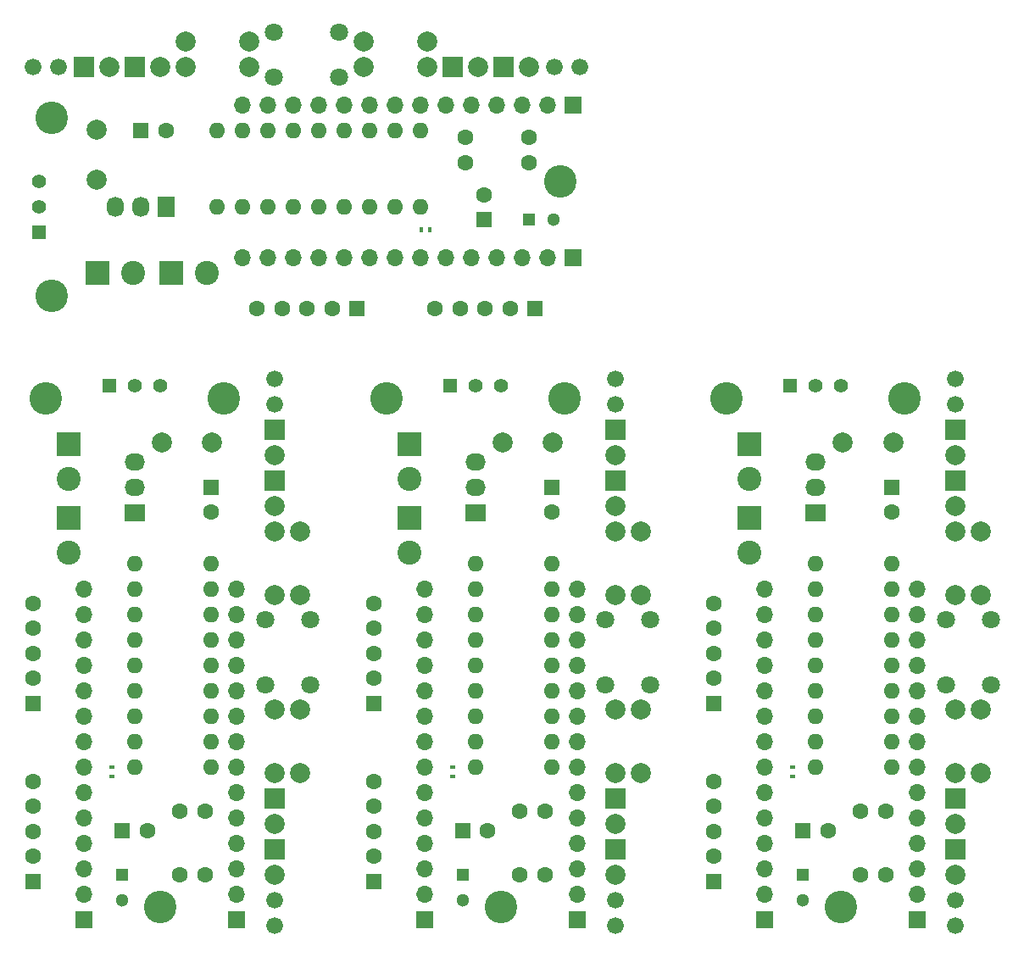
<source format=gts>
%MOIN*%
%OFA0B0*%
%FSLAX46Y46*%
%IPPOS*%
%LPD*%
%ADD10C,0.0039370078740157488*%
%ADD11C,0.07874015748031496*%
%ADD12C,0.066*%
%ADD13R,0.07874015748031496X0.07874015748031496*%
%ADD14R,0.062992125984251982X0.062992125984251982*%
%ADD15C,0.062992125984251982*%
%ADD16R,0.066929133858267723X0.066929133858267723*%
%ADD17O,0.066929133858267723X0.066929133858267723*%
%ADD18R,0.051181102362204731X0.051181102362204731*%
%ADD19C,0.051181102362204731*%
%ADD20O,0.062992125984251982X0.062992125984251982*%
%ADD21C,0.12795275590551181*%
%ADD22R,0.08X0.068*%
%ADD23O,0.08X0.068*%
%ADD24R,0.055000000000000007X0.055000000000000007*%
%ADD25C,0.055000000000000007*%
%ADD26C,0.094488188976377951*%
%ADD27R,0.094488188976377951X0.094488188976377951*%
%ADD28C,0.0787*%
%ADD29C,0.070866141732283464*%
%ADD30R,0.023622047244094488X0.015748031496062995*%
%ADD41C,0.0039370078740157488*%
%ADD42C,0.07874015748031496*%
%ADD43C,0.066*%
%ADD44R,0.07874015748031496X0.07874015748031496*%
%ADD45R,0.062992125984251982X0.062992125984251982*%
%ADD46C,0.062992125984251982*%
%ADD47R,0.066929133858267723X0.066929133858267723*%
%ADD48O,0.066929133858267723X0.066929133858267723*%
%ADD49R,0.051181102362204731X0.051181102362204731*%
%ADD50C,0.051181102362204731*%
%ADD51O,0.062992125984251982X0.062992125984251982*%
%ADD52C,0.12795275590551181*%
%ADD53R,0.068X0.08*%
%ADD54O,0.068X0.08*%
%ADD55R,0.055000000000000007X0.055000000000000007*%
%ADD56C,0.055000000000000007*%
%ADD57C,0.094488188976377951*%
%ADD58R,0.094488188976377951X0.094488188976377951*%
%ADD59C,0.0787*%
%ADD60C,0.070866141732283464*%
%ADD61R,0.015748031496062995X0.023622047244094488*%
%ADD62C,0.0039370078740157488*%
%ADD63C,0.07874015748031496*%
%ADD64C,0.066*%
%ADD65R,0.07874015748031496X0.07874015748031496*%
%ADD66R,0.062992125984251982X0.062992125984251982*%
%ADD67C,0.062992125984251982*%
%ADD68R,0.066929133858267723X0.066929133858267723*%
%ADD69O,0.066929133858267723X0.066929133858267723*%
%ADD70R,0.051181102362204731X0.051181102362204731*%
%ADD71C,0.051181102362204731*%
%ADD72O,0.062992125984251982X0.062992125984251982*%
%ADD73C,0.12795275590551181*%
%ADD74R,0.08X0.068*%
%ADD75O,0.08X0.068*%
%ADD76R,0.055000000000000007X0.055000000000000007*%
%ADD77C,0.055000000000000007*%
%ADD78C,0.094488188976377951*%
%ADD79R,0.094488188976377951X0.094488188976377951*%
%ADD80C,0.0787*%
%ADD81C,0.070866141732283464*%
%ADD82R,0.023622047244094488X0.015748031496062995*%
%ADD83C,0.0039370078740157488*%
%ADD84C,0.07874015748031496*%
%ADD85C,0.066*%
%ADD86R,0.07874015748031496X0.07874015748031496*%
%ADD87R,0.062992125984251982X0.062992125984251982*%
%ADD88C,0.062992125984251982*%
%ADD89R,0.066929133858267723X0.066929133858267723*%
%ADD90O,0.066929133858267723X0.066929133858267723*%
%ADD91R,0.051181102362204731X0.051181102362204731*%
%ADD92C,0.051181102362204731*%
%ADD93O,0.062992125984251982X0.062992125984251982*%
%ADD94C,0.12795275590551181*%
%ADD95R,0.08X0.068*%
%ADD96O,0.08X0.068*%
%ADD97R,0.055000000000000007X0.055000000000000007*%
%ADD98C,0.055000000000000007*%
%ADD99C,0.094488188976377951*%
%ADD100R,0.094488188976377951X0.094488188976377951*%
%ADD101C,0.0787*%
%ADD102C,0.070866141732283464*%
%ADD103R,0.023622047244094488X0.015748031496062995*%
G01*
D10*
D11*
X-0004799999Y0004650000D02*
X0000606574Y0001975000D03*
X0000803425Y0001975000D03*
D12*
X0001050000Y0000075000D03*
X0001050000Y0000175000D03*
D11*
X0001050000Y0000475000D03*
D13*
X0001050000Y0000575000D03*
D14*
X0000100000Y0000250000D03*
D15*
X0000100000Y0000348425D03*
X0000100000Y0000446850D03*
X0000100000Y0000545275D03*
X0000100000Y0000643700D03*
D14*
X0000450000Y0000450000D03*
D15*
X0000548425Y0000450000D03*
D16*
X0000900000Y0000100000D03*
D17*
X0000900000Y0000200000D03*
X0000900000Y0000300000D03*
X0000900000Y0000400000D03*
X0000900000Y0000500000D03*
X0000900000Y0000600000D03*
X0000900000Y0000700000D03*
X0000900000Y0000800000D03*
X0000900000Y0000900000D03*
X0000900000Y0001000000D03*
X0000900000Y0001100000D03*
X0000900000Y0001200000D03*
X0000900000Y0001300000D03*
X0000900000Y0001400000D03*
D18*
X0000450000Y0000275000D03*
D19*
X0000450000Y0000176574D03*
D20*
X0000800000Y0000700000D03*
X0000800000Y0000800000D03*
X0000800000Y0000900000D03*
X0000800000Y0001000000D03*
X0000800000Y0001100000D03*
X0000800000Y0001200000D03*
X0000800000Y0001300000D03*
X0000800000Y0001400000D03*
X0000800000Y0001500000D03*
X0000500000Y0001500000D03*
X0000500000Y0001400000D03*
X0000500000Y0001300000D03*
X0000500000Y0001200000D03*
X0000500000Y0001100000D03*
X0000500000Y0001000000D03*
X0000500000Y0000900000D03*
X0000500000Y0000800000D03*
X0000500000Y0000700000D03*
D14*
X0000100000Y0000950000D03*
D15*
X0000100000Y0001048425D03*
X0000100000Y0001146850D03*
X0000100000Y0001245275D03*
X0000100000Y0001343700D03*
D21*
X0000600000Y0000150000D03*
X0000850000Y0002150000D03*
X0000150000Y0002150000D03*
D15*
X0000800000Y0001701574D03*
D14*
X0000800000Y0001800000D03*
D22*
X0000500000Y0001700000D03*
D23*
X0000500000Y0001800000D03*
X0000500000Y0001900000D03*
D24*
X0000400000Y0002200000D03*
D25*
X0000500000Y0002200000D03*
X0000600000Y0002200000D03*
D26*
X0000240000Y0001832204D03*
D27*
X0000240000Y0001970000D03*
D26*
X0000240000Y0001542204D03*
D27*
X0000240000Y0001680000D03*
D11*
X0001050000Y0001725000D03*
D13*
X0001050000Y0001825000D03*
D28*
X0001050000Y0000925000D03*
X0001050000Y0000675000D03*
X0001150000Y0001375000D03*
X0001150000Y0001625000D03*
X0001150000Y0000925000D03*
X0001150000Y0000675000D03*
X0001050000Y0001375000D03*
X0001050000Y0001625000D03*
D15*
X0000775000Y0000275000D03*
X0000775000Y0000525000D03*
X0000675000Y0000275000D03*
X0000675000Y0000525000D03*
D29*
X0001011417Y0001277952D03*
X0001188582Y0001277952D03*
X0001011417Y0001022047D03*
X0001188582Y0001022047D03*
D16*
X0000300000Y0000100000D03*
D17*
X0000300000Y0000200000D03*
X0000300000Y0000300000D03*
X0000300000Y0000400000D03*
X0000300000Y0000500000D03*
X0000300000Y0000600000D03*
X0000300000Y0000700000D03*
X0000300000Y0000800000D03*
X0000300000Y0000900000D03*
X0000300000Y0001000000D03*
X0000300000Y0001100000D03*
X0000300000Y0001200000D03*
X0000300000Y0001300000D03*
X0000300000Y0001400000D03*
D30*
X0000410000Y0000697716D03*
X0000410000Y0000662283D03*
D11*
X0001050000Y0000275000D03*
D13*
X0001050000Y0000375000D03*
D11*
X0001050000Y0001925000D03*
D13*
X0001050000Y0002025000D03*
D12*
X0001050000Y0002125000D03*
X0001050000Y0002225000D03*
G04 next file*
G04 #@! TF.FileFunction,Soldermask,Top*
G04 Gerber Fmt 4.6, Leading zero omitted, Abs format (unit mm)*
G04 Created by KiCad (PCBNEW 4.0.7) date 11/30/19 11:05:29*
G01*
G04 APERTURE LIST*
G04 APERTURE END LIST*
D41*
D42*
X-0002327165Y-0002398425D02*
X0000347834Y0003008149D03*
X0000347834Y0003205000D03*
D43*
X0002247834Y0003451574D03*
X0002147834Y0003451574D03*
D42*
X0001847834Y0003451574D03*
D44*
X0001747834Y0003451574D03*
D45*
X0002072834Y0002501574D03*
D46*
X0001974409Y0002501574D03*
X0001875984Y0002501574D03*
X0001777559Y0002501574D03*
X0001679133Y0002501574D03*
D45*
X0001872834Y0002851574D03*
D46*
X0001872834Y0002950000D03*
D47*
X0002222834Y0003301574D03*
D48*
X0002122834Y0003301574D03*
X0002022834Y0003301574D03*
X0001922834Y0003301574D03*
X0001822834Y0003301574D03*
X0001722834Y0003301574D03*
X0001622834Y0003301574D03*
X0001522834Y0003301574D03*
X0001422834Y0003301574D03*
X0001322834Y0003301574D03*
X0001222834Y0003301574D03*
X0001122834Y0003301574D03*
X0001022834Y0003301574D03*
X0000922834Y0003301574D03*
D49*
X0002047834Y0002851574D03*
D50*
X0002146259Y0002851574D03*
D51*
X0001622834Y0003201574D03*
X0001522834Y0003201574D03*
X0001422834Y0003201574D03*
X0001322834Y0003201574D03*
X0001222834Y0003201574D03*
X0001122834Y0003201574D03*
X0001022834Y0003201574D03*
X0000922834Y0003201574D03*
X0000822834Y0003201574D03*
X0000822834Y0002901574D03*
X0000922834Y0002901574D03*
X0001022834Y0002901574D03*
X0001122834Y0002901574D03*
X0001222834Y0002901574D03*
X0001322834Y0002901574D03*
X0001422834Y0002901574D03*
X0001522834Y0002901574D03*
X0001622834Y0002901574D03*
D45*
X0001372834Y0002501574D03*
D46*
X0001274409Y0002501574D03*
X0001175984Y0002501574D03*
X0001077559Y0002501574D03*
X0000979133Y0002501574D03*
D52*
X0002172834Y0003001574D03*
X0000172834Y0003251574D03*
X0000172834Y0002551574D03*
D46*
X0000621259Y0003201574D03*
D45*
X0000522834Y0003201574D03*
D53*
X0000622834Y0002901574D03*
D54*
X0000522834Y0002901574D03*
X0000422834Y0002901574D03*
D55*
X0000122834Y0002801574D03*
D56*
X0000122834Y0002901574D03*
X0000122834Y0003001574D03*
D57*
X0000490629Y0002641574D03*
D58*
X0000352834Y0002641574D03*
D57*
X0000780629Y0002641574D03*
D58*
X0000642834Y0002641574D03*
D42*
X0000597834Y0003451574D03*
D44*
X0000497834Y0003451574D03*
D59*
X0001397834Y0003451574D03*
X0001647834Y0003451574D03*
X0000947834Y0003551574D03*
X0000697834Y0003551574D03*
X0001397834Y0003551574D03*
X0001647834Y0003551574D03*
X0000947834Y0003451574D03*
X0000697834Y0003451574D03*
D46*
X0002047834Y0003176574D03*
X0001797834Y0003176574D03*
X0002047834Y0003076574D03*
X0001797834Y0003076574D03*
D60*
X0001044881Y0003412992D03*
X0001044881Y0003590157D03*
X0001300787Y0003412992D03*
X0001300787Y0003590157D03*
D47*
X0002222834Y0002701574D03*
D48*
X0002122834Y0002701574D03*
X0002022834Y0002701574D03*
X0001922834Y0002701574D03*
X0001822834Y0002701574D03*
X0001722834Y0002701574D03*
X0001622834Y0002701574D03*
X0001522834Y0002701574D03*
X0001422834Y0002701574D03*
X0001322834Y0002701574D03*
X0001222834Y0002701574D03*
X0001122834Y0002701574D03*
X0001022834Y0002701574D03*
X0000922834Y0002701574D03*
D61*
X0001625118Y0002811574D03*
X0001660551Y0002811574D03*
D42*
X0002047834Y0003451574D03*
D44*
X0001947834Y0003451574D03*
D42*
X0000397834Y0003451574D03*
D44*
X0000297834Y0003451574D03*
D43*
X0000197834Y0003451574D03*
X0000097834Y0003451574D03*
G04 next file*
G04 #@! TF.FileFunction,Soldermask,Top*
G04 Gerber Fmt 4.6, Leading zero omitted, Abs format (unit mm)*
G04 Created by KiCad (PCBNEW 4.0.7) date 11/30/19 11:05:29*
G01*
G04 APERTURE LIST*
G04 APERTURE END LIST*
D62*
D63*
X-0003461417Y0004650000D02*
X0001945157Y0001975000D03*
X0002142007Y0001975000D03*
D64*
X0002388582Y0000075000D03*
X0002388582Y0000175000D03*
D63*
X0002388582Y0000475000D03*
D65*
X0002388582Y0000575000D03*
D66*
X0001438582Y0000250000D03*
D67*
X0001438582Y0000348425D03*
X0001438582Y0000446850D03*
X0001438582Y0000545275D03*
X0001438582Y0000643700D03*
D66*
X0001788582Y0000450000D03*
D67*
X0001887007Y0000450000D03*
D68*
X0002238582Y0000100000D03*
D69*
X0002238582Y0000200000D03*
X0002238582Y0000300000D03*
X0002238582Y0000400000D03*
X0002238582Y0000500000D03*
X0002238582Y0000600000D03*
X0002238582Y0000700000D03*
X0002238582Y0000800000D03*
X0002238582Y0000900000D03*
X0002238582Y0001000000D03*
X0002238582Y0001100000D03*
X0002238582Y0001200000D03*
X0002238582Y0001300000D03*
X0002238582Y0001400000D03*
D70*
X0001788582Y0000275000D03*
D71*
X0001788582Y0000176574D03*
D72*
X0002138582Y0000700000D03*
X0002138582Y0000800000D03*
X0002138582Y0000900000D03*
X0002138582Y0001000000D03*
X0002138582Y0001100000D03*
X0002138582Y0001200000D03*
X0002138582Y0001300000D03*
X0002138582Y0001400000D03*
X0002138582Y0001500000D03*
X0001838582Y0001500000D03*
X0001838582Y0001400000D03*
X0001838582Y0001300000D03*
X0001838582Y0001200000D03*
X0001838582Y0001100000D03*
X0001838582Y0001000000D03*
X0001838582Y0000900000D03*
X0001838582Y0000800000D03*
X0001838582Y0000700000D03*
D66*
X0001438582Y0000950000D03*
D67*
X0001438582Y0001048425D03*
X0001438582Y0001146850D03*
X0001438582Y0001245275D03*
X0001438582Y0001343700D03*
D73*
X0001938582Y0000150000D03*
X0002188582Y0002150000D03*
X0001488582Y0002150000D03*
D67*
X0002138582Y0001701574D03*
D66*
X0002138582Y0001800000D03*
D74*
X0001838582Y0001700000D03*
D75*
X0001838582Y0001800000D03*
X0001838582Y0001900000D03*
D76*
X0001738582Y0002200000D03*
D77*
X0001838582Y0002200000D03*
X0001938582Y0002200000D03*
D78*
X0001578582Y0001832204D03*
D79*
X0001578582Y0001970000D03*
D78*
X0001578582Y0001542204D03*
D79*
X0001578582Y0001680000D03*
D63*
X0002388582Y0001725000D03*
D65*
X0002388582Y0001825000D03*
D80*
X0002388582Y0000925000D03*
X0002388582Y0000675000D03*
X0002488582Y0001375000D03*
X0002488582Y0001625000D03*
X0002488582Y0000925000D03*
X0002488582Y0000675000D03*
X0002388582Y0001375000D03*
X0002388582Y0001625000D03*
D67*
X0002113582Y0000275000D03*
X0002113582Y0000525000D03*
X0002013582Y0000275000D03*
X0002013582Y0000525000D03*
D81*
X0002350000Y0001277952D03*
X0002527165Y0001277952D03*
X0002350000Y0001022047D03*
X0002527165Y0001022047D03*
D68*
X0001638582Y0000100000D03*
D69*
X0001638582Y0000200000D03*
X0001638582Y0000300000D03*
X0001638582Y0000400000D03*
X0001638582Y0000500000D03*
X0001638582Y0000600000D03*
X0001638582Y0000700000D03*
X0001638582Y0000800000D03*
X0001638582Y0000900000D03*
X0001638582Y0001000000D03*
X0001638582Y0001100000D03*
X0001638582Y0001200000D03*
X0001638582Y0001300000D03*
X0001638582Y0001400000D03*
D82*
X0001748582Y0000697716D03*
X0001748582Y0000662283D03*
D63*
X0002388582Y0000275000D03*
D65*
X0002388582Y0000375000D03*
D63*
X0002388582Y0001925000D03*
D65*
X0002388582Y0002025000D03*
D64*
X0002388582Y0002125000D03*
X0002388582Y0002225000D03*
G04 next file*
G04 #@! TF.FileFunction,Soldermask,Top*
G04 Gerber Fmt 4.6, Leading zero omitted, Abs format (unit mm)*
G04 Created by KiCad (PCBNEW 4.0.7) date 11/30/19 11:05:29*
G01*
G04 APERTURE LIST*
G04 APERTURE END LIST*
D83*
D84*
X-0002122834Y0004650000D02*
X0003283740Y0001975000D03*
X0003480590Y0001975000D03*
D85*
X0003727165Y0000075000D03*
X0003727165Y0000175000D03*
D84*
X0003727165Y0000475000D03*
D86*
X0003727165Y0000575000D03*
D87*
X0002777165Y0000250000D03*
D88*
X0002777165Y0000348425D03*
X0002777165Y0000446850D03*
X0002777165Y0000545275D03*
X0002777165Y0000643700D03*
D87*
X0003127165Y0000450000D03*
D88*
X0003225590Y0000450000D03*
D89*
X0003577165Y0000100000D03*
D90*
X0003577165Y0000200000D03*
X0003577165Y0000300000D03*
X0003577165Y0000400000D03*
X0003577165Y0000500000D03*
X0003577165Y0000600000D03*
X0003577165Y0000700000D03*
X0003577165Y0000800000D03*
X0003577165Y0000900000D03*
X0003577165Y0001000000D03*
X0003577165Y0001100000D03*
X0003577165Y0001200000D03*
X0003577165Y0001300000D03*
X0003577165Y0001400000D03*
D91*
X0003127165Y0000275000D03*
D92*
X0003127165Y0000176574D03*
D93*
X0003477165Y0000700000D03*
X0003477165Y0000800000D03*
X0003477165Y0000900000D03*
X0003477165Y0001000000D03*
X0003477165Y0001100000D03*
X0003477165Y0001200000D03*
X0003477165Y0001300000D03*
X0003477165Y0001400000D03*
X0003477165Y0001500000D03*
X0003177165Y0001500000D03*
X0003177165Y0001400000D03*
X0003177165Y0001300000D03*
X0003177165Y0001200000D03*
X0003177165Y0001100000D03*
X0003177165Y0001000000D03*
X0003177165Y0000900000D03*
X0003177165Y0000800000D03*
X0003177165Y0000700000D03*
D87*
X0002777165Y0000950000D03*
D88*
X0002777165Y0001048425D03*
X0002777165Y0001146850D03*
X0002777165Y0001245275D03*
X0002777165Y0001343700D03*
D94*
X0003277165Y0000150000D03*
X0003527165Y0002150000D03*
X0002827165Y0002150000D03*
D88*
X0003477165Y0001701574D03*
D87*
X0003477165Y0001800000D03*
D95*
X0003177165Y0001700000D03*
D96*
X0003177165Y0001800000D03*
X0003177165Y0001900000D03*
D97*
X0003077165Y0002200000D03*
D98*
X0003177165Y0002200000D03*
X0003277165Y0002200000D03*
D99*
X0002917165Y0001832204D03*
D100*
X0002917165Y0001970000D03*
D99*
X0002917165Y0001542204D03*
D100*
X0002917165Y0001680000D03*
D84*
X0003727165Y0001725000D03*
D86*
X0003727165Y0001825000D03*
D101*
X0003727165Y0000925000D03*
X0003727165Y0000675000D03*
X0003827165Y0001375000D03*
X0003827165Y0001625000D03*
X0003827165Y0000925000D03*
X0003827165Y0000675000D03*
X0003727165Y0001375000D03*
X0003727165Y0001625000D03*
D88*
X0003452165Y0000275000D03*
X0003452165Y0000525000D03*
X0003352165Y0000275000D03*
X0003352165Y0000525000D03*
D102*
X0003688582Y0001277952D03*
X0003865748Y0001277952D03*
X0003688582Y0001022047D03*
X0003865748Y0001022047D03*
D89*
X0002977165Y0000100000D03*
D90*
X0002977165Y0000200000D03*
X0002977165Y0000300000D03*
X0002977165Y0000400000D03*
X0002977165Y0000500000D03*
X0002977165Y0000600000D03*
X0002977165Y0000700000D03*
X0002977165Y0000800000D03*
X0002977165Y0000900000D03*
X0002977165Y0001000000D03*
X0002977165Y0001100000D03*
X0002977165Y0001200000D03*
X0002977165Y0001300000D03*
X0002977165Y0001400000D03*
D103*
X0003087165Y0000697716D03*
X0003087165Y0000662283D03*
D84*
X0003727165Y0000275000D03*
D86*
X0003727165Y0000375000D03*
D84*
X0003727165Y0001925000D03*
D86*
X0003727165Y0002025000D03*
D85*
X0003727165Y0002125000D03*
X0003727165Y0002225000D03*
M02*
</source>
